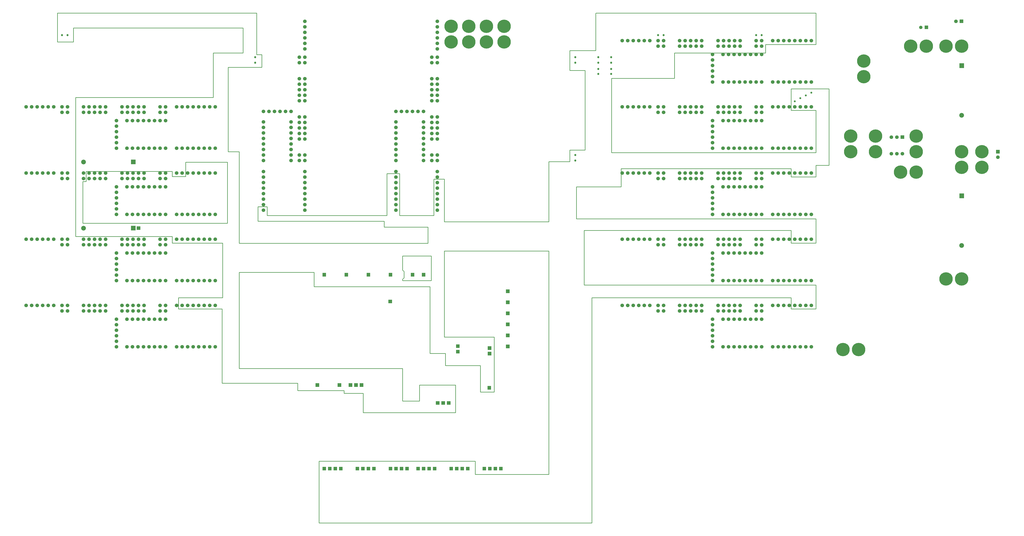
<source format=gbr>
G04 This is an RS-274x file exported by *
G04 gerbv version 2.7.0 *
G04 More information is available about gerbv at *
G04 http://gerbv.geda-project.org/ *
G04 --End of header info--*
%MOIN*%
%FSLAX36Y36*%
%IPPOS*%
G04 --Define apertures--*
%ADD10C,0.0100*%
%ADD11C,0.0660*%
%ADD12C,0.2422*%
%ADD13C,0.0001*%
%ADD14C,0.0610*%
%ADD15C,0.0860*%
%ADD16C,0.0380*%
%ADD17C,0.1870*%
%ADD18C,0.0500*%
%ADD19C,0.0300*%
%ADD20C,0.0280*%
%ADD21C,0.0350*%
G04 --Start main section--*
G01X0000000Y0000000D02*
G54D10*
G01X10400000Y5840000D02*
G01X14010000Y5840000D01*
G01X14010000Y5840000D02*
G01X14010000Y5635000D01*
G01X14010000Y5635000D02*
G01X14460000Y5635000D01*
G01X14460000Y6070000D02*
G01X10260000Y6070000D01*
G01X14460000Y5635000D02*
G01X14460000Y6070000D01*
G01X14460000Y6830000D02*
G01X14460000Y7270000D01*
G01X10260000Y6070000D02*
G01X10260000Y7060000D01*
G01X10120000Y7270000D02*
G01X10120000Y7850000D01*
G01X10120000Y7850000D02*
G01X10930000Y7850000D01*
G01X10260000Y7060000D02*
G01X14010000Y7060000D01*
G01X14010000Y7060000D02*
G01X14010000Y6830000D01*
G01X14010000Y6830000D02*
G01X14460000Y6830000D01*
G01X14460000Y7270000D02*
G01X10120000Y7270000D01*
G01X10930000Y8180000D02*
G01X14010000Y8180000D01*
G01X10930000Y7850000D02*
G01X10930000Y8180000D01*
G01X10755000Y8470000D02*
G01X10755000Y9815000D01*
G01X10755000Y9815000D02*
G01X11895000Y9815000D01*
G01X10475000Y11000000D02*
G01X10470000Y10995000D01*
G01X10470000Y10995000D02*
G01X10470000Y10320000D01*
G01X11895000Y9815000D02*
G01X11895000Y10275000D01*
G01X14460000Y11000000D02*
G01X10475000Y11000000D01*
G01X14460000Y11000000D02*
G01X14460000Y10430000D01*
G01X14460000Y10430000D02*
G01X13545000Y10430000D01*
G01X13545000Y10430000D02*
G01X13545000Y10275000D01*
G01X13545000Y10275000D02*
G01X11895000Y10275000D01*
G01X10470000Y10320000D02*
G01X10000000Y10320000D01*
G01X10000000Y10320000D02*
G01X10000000Y9960000D01*
G01X10000000Y8515000D02*
G01X10000000Y8305000D01*
G01X10000000Y9960000D02*
G01X10275000Y9960000D01*
G01X10275000Y9960000D02*
G01X10275000Y8515000D01*
G01X10275000Y8515000D02*
G01X10000000Y8515000D01*
G01X14460000Y9235000D02*
G01X14010000Y9235000D01*
G01X14010000Y9235000D02*
G01X14010000Y9625000D01*
G01X10755000Y8470000D02*
G01X14460000Y8470000D01*
G01X14010000Y8180000D02*
G01X14010000Y8030000D01*
G01X14010000Y8030000D02*
G01X14460000Y8030000D01*
G01X14460000Y8030000D02*
G01X14460000Y8240000D01*
G01X14460000Y8240000D02*
G01X14695000Y8240000D01*
G01X14695000Y8240000D02*
G01X14695000Y9625000D01*
G01X14460000Y9235000D02*
G01X14460000Y8470000D01*
G01X14695000Y9625000D02*
G01X14010000Y9625000D01*
G01X6685000Y7330000D02*
G01X6685000Y8090000D01*
G01X6685000Y8090000D02*
G01X6915000Y8090000D01*
G01X6915000Y8090000D02*
G01X6915000Y7330000D01*
G01X7535000Y7990000D02*
G01X7725000Y7990000D01*
G01X2795000Y8130000D02*
G01X1235000Y8130000D01*
G01X10000000Y8305000D02*
G01X9620000Y8305000D01*
G01X6915000Y7330000D02*
G01X7535000Y7330000D01*
G01X7535000Y7330000D02*
G01X7535000Y7990000D01*
G01X7430000Y7120000D02*
G01X6635000Y7120000D01*
G01X6635000Y7120000D02*
G01X6635000Y7225000D01*
G01X9620000Y8305000D02*
G01X9620000Y7215000D01*
G01X9620000Y7215000D02*
G01X7725000Y7215000D01*
G01X7725000Y7215000D02*
G01X7725000Y7990000D01*
G01X4515000Y7490000D02*
G01X4350000Y7490000D01*
G01X4515000Y7490000D02*
G01X4515000Y7330000D01*
G01X4515000Y7330000D02*
G01X6685000Y7330000D01*
G01X6635000Y7225000D02*
G01X4350000Y7225000D01*
G01X1045000Y9470000D02*
G01X1045000Y6950000D01*
G01X1175000Y7945000D02*
G01X1175000Y7190000D01*
G01X1235000Y8130000D02*
G01X1235000Y7945000D01*
G01X1235000Y7945000D02*
G01X1175000Y7945000D01*
G01X1005000Y10730000D02*
G01X1005000Y10475000D01*
G01X1005000Y10475000D02*
G01X0715000Y10475000D01*
G01X0715000Y10475000D02*
G01X0715000Y11000000D01*
G01X3540000Y9470000D02*
G01X1045000Y9470000D01*
G01X4010000Y8485000D02*
G01X3810000Y8485000D01*
G01X3795000Y8295000D02*
G01X3040000Y8295000D01*
G01X3040000Y8295000D02*
G01X3040000Y8035000D01*
G01X3040000Y8035000D02*
G01X2795000Y8035000D01*
G01X2795000Y8035000D02*
G01X2795000Y8130000D01*
G01X1045000Y6950000D02*
G01X2795000Y6950000D01*
G01X2795000Y6950000D02*
G01X2795000Y6830000D01*
G01X2795000Y6830000D02*
G01X3710000Y6830000D01*
G01X1175000Y7190000D02*
G01X3795000Y7190000D01*
G01X3795000Y7190000D02*
G01X3795000Y8295000D01*
G01X4010000Y8485000D02*
G01X4010000Y6825000D01*
G01X4080000Y10730000D02*
G01X1005000Y10730000D01*
G01X0715000Y11000000D02*
G01X4325000Y11000000D01*
G01X3810000Y8485000D02*
G01X3810000Y10015000D01*
G01X4420000Y10015000D02*
G01X3810000Y10015000D01*
G01X4080000Y10275000D02*
G01X3540000Y10275000D01*
G01X3540000Y10275000D02*
G01X3540000Y9470000D01*
G01X4080000Y10730000D02*
G01X4080000Y10275000D01*
G01X4325000Y11000000D02*
G01X4325000Y10245000D01*
G01X4325000Y10245000D02*
G01X4420000Y10245000D01*
G01X4420000Y10245000D02*
G01X4420000Y10015000D01*
G01X7430000Y6825000D02*
G01X7430000Y7120000D01*
G01X7490000Y6595000D02*
G01X7490000Y6150000D01*
G01X7490000Y6150000D02*
G01X6970000Y6150000D01*
G01X6970000Y6150000D02*
G01X6970000Y6175000D01*
G01X6970000Y6175000D02*
G01X6995000Y6200000D01*
G01X6995000Y6200000D02*
G01X6995000Y6315000D01*
G01X8380000Y4130000D02*
G01X8630000Y4130000D01*
G01X7275000Y4255000D02*
G01X7930000Y4255000D01*
G01X5910000Y4155000D02*
G01X5070000Y4155000D01*
G01X5070000Y4155000D02*
G01X5070000Y4290000D01*
G01X5070000Y4290000D02*
G01X3700000Y4290000D01*
G01X6970000Y4555000D02*
G01X4010000Y4555000D01*
G01X6970000Y4555000D02*
G01X6970000Y3965000D01*
G01X6970000Y3965000D02*
G01X7275000Y3965000D01*
G01X7275000Y3965000D02*
G01X7275000Y4255000D01*
G01X7930000Y4255000D02*
G01X7930000Y3755000D01*
G01X7930000Y3755000D02*
G01X6255000Y3755000D01*
G01X8380000Y4610000D02*
G01X7745000Y4610000D01*
G01X7745000Y4610000D02*
G01X7745000Y4830000D01*
G01X7745000Y4830000D02*
G01X7465000Y4830000D01*
G01X7465000Y4830000D02*
G01X7465000Y6040000D01*
G01X7725000Y5125000D02*
G01X7725000Y6685000D01*
G01X4350000Y7225000D02*
G01X4350000Y7490000D01*
G01X3710000Y6830000D02*
G01X3710000Y5840000D01*
G01X3700000Y4290000D02*
G01X3700000Y5635000D01*
G01X4010000Y6300000D02*
G01X4010000Y4555000D01*
G01X6995000Y6315000D02*
G01X6970000Y6340000D01*
G01X6970000Y6340000D02*
G01X6970000Y6595000D01*
G01X7490000Y6595000D02*
G01X6970000Y6595000D01*
G01X7465000Y6040000D02*
G01X5365000Y6040000D01*
G01X2940000Y5840000D02*
G01X3710000Y5840000D01*
G01X5365000Y6300000D02*
G01X4010000Y6300000D01*
G01X2910000Y5840000D02*
G01X2910000Y5635000D01*
G01X3700000Y5635000D02*
G01X2910000Y5635000D01*
G01X2910000Y5840000D02*
G01X2945000Y5840000D01*
G01X7430000Y6825000D02*
G01X4010000Y6825000D01*
G01X5365000Y6040000D02*
G01X5365000Y6300000D01*
G01X7725000Y5125000D02*
G01X8630000Y5125000D01*
G01X8630000Y5125000D02*
G01X8630000Y4130000D01*
G01X10400000Y1755000D02*
G01X10400000Y5840000D01*
G01X9620000Y2635000D02*
G01X9620000Y6685000D01*
G01X7725000Y6685000D02*
G01X9620000Y6685000D01*
G01X6255000Y3755000D02*
G01X6255000Y4105000D01*
G01X6255000Y4105000D02*
G01X5910000Y4105000D01*
G01X5910000Y4105000D02*
G01X5910000Y4155000D01*
G01X5455000Y2875000D02*
G01X5455000Y1755000D01*
G01X5455000Y1755000D02*
G01X10400000Y1755000D01*
G01X8285000Y2875000D02*
G01X5455000Y2875000D01*
G01X9620000Y2635000D02*
G01X8285000Y2635000D01*
G01X8285000Y2635000D02*
G01X8285000Y2875000D01*
G01X8380000Y4610000D02*
G01X8380000Y4130000D01*
G01X0000000Y0000000D02*
G54D11*
G01X13675000Y9750000D03*
G01X13775000Y9750000D03*
G01X13875000Y9750000D03*
G01X13975000Y9750000D03*
G01X14075000Y9750000D03*
G01X14175000Y9750000D03*
G01X14275000Y9750000D03*
G01X14375000Y9750000D03*
G54D12*
G01X15325000Y10128460D03*
G01X15325000Y9845000D03*
G54D13*
G36*
G01X17057000Y10088000D02*
G01X17057000Y10002000D01*
G01X17143000Y10002000D01*
G01X17143000Y10088000D01*
G01X17057000Y10088000D01*
G37*
G54D11*
G01X13675000Y10500000D03*
G01X13475000Y10500000D03*
G01X13475000Y10400000D03*
G01X13775000Y10500000D03*
G01X13875000Y10500000D03*
G01X13975000Y10500000D03*
G01X14075000Y10500000D03*
G01X14175000Y10500000D03*
G01X14275000Y10500000D03*
G01X14375000Y10500000D03*
G01X13375000Y10400000D03*
G01X13375000Y10500000D03*
G01X13085000Y10500000D03*
G01X13085000Y10400000D03*
G54D12*
G01X16460000Y10400000D03*
G01X16176540Y10400000D03*
G54D11*
G01X12190000Y10400000D03*
G01X12090000Y10500000D03*
G01X11990000Y10500000D03*
G01X12090000Y10400000D03*
G01X11990000Y10400000D03*
G01X11700000Y10400000D03*
G01X11600000Y10400000D03*
G01X11700000Y10500000D03*
G01X11600000Y10500000D03*
G01X11450000Y10500000D03*
G01X11350000Y10500000D03*
G01X11250000Y10500000D03*
G01X11150000Y10500000D03*
G01X11050000Y10500000D03*
G01X10950000Y10500000D03*
G54D12*
G01X17098460Y10400000D03*
G01X16815000Y10400000D03*
G54D13*
G36*
G01X17062000Y10883000D02*
G01X17062000Y10817000D01*
G01X17128000Y10817000D01*
G01X17128000Y10883000D01*
G01X17062000Y10883000D01*
G37*
G54D11*
G01X16995000Y10850000D03*
G54D13*
G36*
G01X16429500Y10770500D02*
G01X16429500Y10709500D01*
G01X16490500Y10709500D01*
G01X16490500Y10770500D01*
G01X16429500Y10770500D01*
G37*
G54D14*
G01X16360000Y10740000D03*
G54D11*
G01X12775000Y9750000D03*
G01X12875000Y9750000D03*
G01X12975000Y9750000D03*
G01X13075000Y9750000D03*
G01X13175000Y9750000D03*
G01X13275000Y9750000D03*
G01X13375000Y9750000D03*
G01X13475000Y9750000D03*
G01X12585000Y9750000D03*
G01X12585000Y9850000D03*
G01X12585000Y9950000D03*
G01X12585000Y10050000D03*
G01X12585000Y10150000D03*
G01X12585000Y10250000D03*
G01X12775000Y10250000D03*
G01X12875000Y10250000D03*
G01X12975000Y10250000D03*
G01X13075000Y10250000D03*
G01X13175000Y10250000D03*
G01X13275000Y10250000D03*
G01X13375000Y10250000D03*
G01X13475000Y10250000D03*
G01X12985000Y10500000D03*
G01X12885000Y10500000D03*
G01X12785000Y10500000D03*
G01X12685000Y10500000D03*
G01X12985000Y10400000D03*
G01X12885000Y10400000D03*
G01X12785000Y10400000D03*
G01X12685000Y10400000D03*
G01X12390000Y10400000D03*
G01X12290000Y10400000D03*
G01X12390000Y10500000D03*
G01X12290000Y10500000D03*
G01X12190000Y10500000D03*
G01X2875000Y4950000D03*
G01X2975000Y4950000D03*
G01X3075000Y4950000D03*
G01X3175000Y4950000D03*
G01X3275000Y4950000D03*
G01X3375000Y4950000D03*
G01X3475000Y4950000D03*
G01X3575000Y4950000D03*
G01X1975000Y4950000D03*
G01X2075000Y4950000D03*
G01X2175000Y4950000D03*
G01X2275000Y4950000D03*
G01X2375000Y4950000D03*
G01X2475000Y4950000D03*
G01X2575000Y4950000D03*
G01X2675000Y4950000D03*
G01X1785000Y4950000D03*
G01X1785000Y5050000D03*
G01X1785000Y5150000D03*
G01X1785000Y5250000D03*
G01X1785000Y5350000D03*
G01X1785000Y5450000D03*
G01X1975000Y5450000D03*
G01X2075000Y5450000D03*
G01X2175000Y5450000D03*
G01X2275000Y5450000D03*
G01X2375000Y5450000D03*
G01X2475000Y5450000D03*
G01X2575000Y5450000D03*
G01X2675000Y5450000D03*
G01X2875000Y5700000D03*
G01X2675000Y5700000D03*
G01X2675000Y5600000D03*
G01X2975000Y5700000D03*
G01X3075000Y5700000D03*
G01X3175000Y5700000D03*
G01X3275000Y5700000D03*
G01X3375000Y5700000D03*
G01X3475000Y5700000D03*
G01X3575000Y5700000D03*
G01X2575000Y5600000D03*
G01X2575000Y5700000D03*
G01X2285000Y5700000D03*
G01X2285000Y5600000D03*
G01X2185000Y5700000D03*
G01X2085000Y5700000D03*
G01X1985000Y5700000D03*
G01X1885000Y5700000D03*
G01X2185000Y5600000D03*
G01X2085000Y5600000D03*
G01X1985000Y5600000D03*
G01X1885000Y5600000D03*
G01X1590000Y5600000D03*
G01X1490000Y5600000D03*
G01X1590000Y5700000D03*
G01X1490000Y5700000D03*
G01X1390000Y5700000D03*
G01X1390000Y5600000D03*
G01X1290000Y5700000D03*
G01X1190000Y5700000D03*
G01X1290000Y5600000D03*
G01X1190000Y5600000D03*
G01X0900000Y5600000D03*
G01X0800000Y5600000D03*
G01X0900000Y5700000D03*
G01X0800000Y5700000D03*
G01X0650000Y5700000D03*
G01X0550000Y5700000D03*
G01X0450000Y5700000D03*
G01X0350000Y5700000D03*
G01X0250000Y5700000D03*
G01X0150000Y5700000D03*
G01X1975000Y6150000D03*
G01X2075000Y6150000D03*
G01X2175000Y6150000D03*
G01X2275000Y6150000D03*
G01X2375000Y6150000D03*
G01X2475000Y6150000D03*
G01X2575000Y6150000D03*
G01X2675000Y6150000D03*
G54D13*
G36*
G01X5917000Y6288000D02*
G01X5917000Y6222000D01*
G01X5983000Y6222000D01*
G01X5983000Y6288000D01*
G01X5917000Y6288000D01*
G37*
G36*
G01X5517000Y6288000D02*
G01X5517000Y6222000D01*
G01X5583000Y6222000D01*
G01X5583000Y6288000D01*
G01X5517000Y6288000D01*
G37*
G54D11*
G01X1785000Y6150000D03*
G01X1785000Y6250000D03*
G01X1785000Y6350000D03*
G01X1785000Y6450000D03*
G01X1785000Y6550000D03*
G01X1785000Y6650000D03*
G01X1975000Y6650000D03*
G01X2075000Y6650000D03*
G01X2175000Y6650000D03*
G01X2275000Y6650000D03*
G01X2375000Y6650000D03*
G01X2475000Y6650000D03*
G01X2575000Y6650000D03*
G01X2675000Y6650000D03*
G01X2185000Y6900000D03*
G01X2185000Y6800000D03*
G01X2085000Y6800000D03*
G01X1985000Y6800000D03*
G01X1885000Y6800000D03*
G01X2085000Y6900000D03*
G01X1985000Y6900000D03*
G01X1885000Y6900000D03*
G01X1590000Y6900000D03*
G01X1490000Y6900000D03*
G01X1390000Y6900000D03*
G54D15*
G01X1190000Y7100000D03*
G54D13*
G36*
G01X2152000Y7133000D02*
G01X2152000Y7067000D01*
G01X2218000Y7067000D01*
G01X2218000Y7133000D01*
G01X2152000Y7133000D01*
G37*
G54D11*
G01X1590000Y6800000D03*
G01X1490000Y6800000D03*
G01X1390000Y6800000D03*
G01X1290000Y6900000D03*
G01X1190000Y6900000D03*
G01X1290000Y6800000D03*
G01X1190000Y6800000D03*
G01X0900000Y6800000D03*
G01X0800000Y6800000D03*
G01X0900000Y6900000D03*
G01X0800000Y6900000D03*
G01X0650000Y6900000D03*
G01X0550000Y6900000D03*
G01X0450000Y6900000D03*
G01X0350000Y6900000D03*
G01X0250000Y6900000D03*
G01X0150000Y6900000D03*
G01X2875000Y8550000D03*
G01X2875000Y9300000D03*
G01X2975000Y9300000D03*
G01X3075000Y9300000D03*
G01X3175000Y9300000D03*
G01X3275000Y9300000D03*
G01X3375000Y9300000D03*
G01X3475000Y9300000D03*
G01X3575000Y9300000D03*
G01X2975000Y8550000D03*
G01X3075000Y8550000D03*
G01X3175000Y8550000D03*
G01X3275000Y8550000D03*
G01X3375000Y8550000D03*
G01X3475000Y8550000D03*
G01X3575000Y8550000D03*
G01X3175000Y8100000D03*
G01X3275000Y8100000D03*
G01X3375000Y8100000D03*
G01X3475000Y8100000D03*
G01X3575000Y8100000D03*
G01X2875000Y8100000D03*
G01X2975000Y8100000D03*
G01X3075000Y8100000D03*
G01X2285000Y8100000D03*
G01X2185000Y8100000D03*
G01X2085000Y8100000D03*
G01X2675000Y8100000D03*
G01X2675000Y8000000D03*
G01X2575000Y8000000D03*
G01X2575000Y8100000D03*
G01X2285000Y8000000D03*
G01X2185000Y8000000D03*
G01X2085000Y8000000D03*
G54D13*
G36*
G01X2047000Y8343000D02*
G01X2047000Y8257000D01*
G01X2133000Y8257000D01*
G01X2133000Y8343000D01*
G01X2047000Y8343000D01*
G37*
G54D11*
G01X1985000Y8100000D03*
G01X1985000Y8000000D03*
G01X1885000Y8000000D03*
G01X1885000Y8100000D03*
G01X1590000Y8100000D03*
G01X1490000Y8100000D03*
G01X1390000Y8100000D03*
G01X1290000Y8100000D03*
G01X1190000Y8100000D03*
G01X1590000Y8000000D03*
G01X1490000Y8000000D03*
G01X1390000Y8000000D03*
G01X1290000Y8000000D03*
G01X1190000Y8000000D03*
G01X1975000Y8550000D03*
G01X2075000Y8550000D03*
G01X2175000Y8550000D03*
G01X2275000Y8550000D03*
G01X2375000Y8550000D03*
G01X2475000Y8550000D03*
G01X2575000Y8550000D03*
G01X2675000Y8550000D03*
G01X1785000Y8550000D03*
G01X1785000Y8650000D03*
G01X1785000Y8750000D03*
G01X1785000Y8850000D03*
G01X1785000Y8950000D03*
G01X1785000Y9050000D03*
G01X1975000Y9050000D03*
G01X2075000Y9050000D03*
G01X2175000Y9050000D03*
G01X2275000Y9050000D03*
G01X2375000Y9050000D03*
G01X2475000Y9050000D03*
G01X2575000Y9050000D03*
G01X2675000Y9050000D03*
G01X2675000Y9300000D03*
G01X2675000Y9200000D03*
G01X2575000Y9200000D03*
G01X2575000Y9300000D03*
G01X2285000Y9300000D03*
G01X2285000Y9200000D03*
G01X2185000Y9300000D03*
G01X2185000Y9200000D03*
G01X2085000Y9300000D03*
G01X2085000Y9200000D03*
G01X1985000Y9300000D03*
G01X1885000Y9300000D03*
G01X1985000Y9200000D03*
G01X1885000Y9200000D03*
G01X1590000Y9200000D03*
G01X1490000Y9200000D03*
G01X1390000Y9200000D03*
G01X1290000Y9200000D03*
G01X1590000Y9300000D03*
G01X1490000Y9300000D03*
G01X1390000Y9300000D03*
G01X1290000Y9300000D03*
G01X1190000Y9300000D03*
G01X1190000Y9200000D03*
G01X0900000Y9300000D03*
G01X0800000Y9300000D03*
G01X0650000Y9300000D03*
G01X0900000Y9200000D03*
G01X0800000Y9200000D03*
G01X0550000Y9300000D03*
G01X0450000Y9300000D03*
G01X0350000Y9300000D03*
G01X0250000Y9300000D03*
G01X0150000Y9300000D03*
G01X3175000Y6150000D03*
G01X3275000Y6150000D03*
G01X3375000Y6150000D03*
G01X3475000Y6150000D03*
G01X2875000Y6150000D03*
G01X2975000Y6150000D03*
G01X3075000Y6150000D03*
G01X3575000Y6150000D03*
G01X3075000Y6900000D03*
G01X3175000Y6900000D03*
G01X3275000Y6900000D03*
G01X3375000Y6900000D03*
G01X3475000Y6900000D03*
G01X3575000Y6900000D03*
G01X2875000Y6900000D03*
G01X2675000Y6900000D03*
G01X2675000Y6800000D03*
G01X2975000Y6900000D03*
G01X2875000Y7350000D03*
G01X2975000Y7350000D03*
G01X3075000Y7350000D03*
G01X3175000Y7350000D03*
G01X3275000Y7350000D03*
G01X3375000Y7350000D03*
G01X3475000Y7350000D03*
G01X3575000Y7350000D03*
G01X2675000Y7350000D03*
G01X2575000Y6800000D03*
G01X2575000Y6900000D03*
G01X2285000Y6900000D03*
G01X2285000Y6800000D03*
G01X2575000Y7350000D03*
G54D13*
G36*
G01X2047000Y7143000D02*
G01X2047000Y7057000D01*
G01X2133000Y7057000D01*
G01X2133000Y7143000D01*
G01X2047000Y7143000D01*
G37*
G54D11*
G01X1975000Y7350000D03*
G01X2075000Y7350000D03*
G01X2175000Y7350000D03*
G01X2275000Y7350000D03*
G01X2375000Y7350000D03*
G01X2475000Y7350000D03*
G01X1785000Y7350000D03*
G01X1785000Y7450000D03*
G01X1785000Y7550000D03*
G01X1785000Y7650000D03*
G01X1785000Y7750000D03*
G01X1785000Y7850000D03*
G01X1975000Y7850000D03*
G01X2075000Y7850000D03*
G01X2175000Y7850000D03*
G01X2275000Y7850000D03*
G01X2375000Y7850000D03*
G01X2475000Y7850000D03*
G01X2575000Y7850000D03*
G01X2675000Y7850000D03*
G01X0900000Y8100000D03*
G01X0800000Y8100000D03*
G01X0650000Y8100000D03*
G01X0900000Y8000000D03*
G01X0800000Y8000000D03*
G01X0550000Y8100000D03*
G01X0450000Y8100000D03*
G01X0350000Y8100000D03*
G01X0250000Y8100000D03*
G01X0150000Y8100000D03*
G54D15*
G01X1190000Y8300000D03*
G54D11*
G01X4450000Y8125000D03*
G01X5200000Y8125000D03*
G01X4450000Y8025000D03*
G01X4450000Y7925000D03*
G01X4450000Y7825000D03*
G01X4450000Y7725000D03*
G01X4450000Y7625000D03*
G01X4450000Y7525000D03*
G01X4450000Y7425000D03*
G01X5200000Y8025000D03*
G01X5200000Y7925000D03*
G01X5200000Y7825000D03*
G01X5200000Y7725000D03*
G01X5200000Y7625000D03*
G01X5200000Y7525000D03*
G01X5200000Y7425000D03*
G01X5200000Y8325000D03*
G01X5100000Y8325000D03*
G01X5100000Y8425000D03*
G01X5200000Y8425000D03*
G01X4450000Y9025000D03*
G01X4450000Y9215000D03*
G01X4550000Y9215000D03*
G01X4450000Y8925000D03*
G01X4650000Y9215000D03*
G01X4750000Y9215000D03*
G01X4850000Y9215000D03*
G01X4950000Y9215000D03*
G01X4950000Y9025000D03*
G01X4450000Y8825000D03*
G01X4450000Y8725000D03*
G01X4450000Y8625000D03*
G01X4450000Y8525000D03*
G01X4450000Y8425000D03*
G01X4450000Y8325000D03*
G01X4950000Y8625000D03*
G01X4950000Y8525000D03*
G01X4950000Y8425000D03*
G01X4950000Y8325000D03*
G01X4950000Y8925000D03*
G01X4950000Y8825000D03*
G01X4950000Y8725000D03*
G01X5200000Y8715000D03*
G01X5100000Y8715000D03*
G01X5100000Y8815000D03*
G01X5100000Y8915000D03*
G01X5100000Y9015000D03*
G01X5200000Y8815000D03*
G01X5200000Y8915000D03*
G01X5200000Y9015000D03*
G01X5200000Y9115000D03*
G01X5200000Y9410000D03*
G01X5200000Y9510000D03*
G01X5100000Y9115000D03*
G01X5100000Y9410000D03*
G01X5100000Y9510000D03*
G01X5200000Y9610000D03*
G01X5200000Y9710000D03*
G01X5200000Y9810000D03*
G01X5200000Y10100000D03*
G01X5100000Y9610000D03*
G01X5100000Y9710000D03*
G01X5100000Y9810000D03*
G01X5100000Y10100000D03*
G01X5100000Y10200000D03*
G01X5200000Y10200000D03*
G01X5200000Y10350000D03*
G01X5200000Y10450000D03*
G01X5200000Y10550000D03*
G01X5200000Y10650000D03*
G01X5200000Y10750000D03*
G01X5200000Y10850000D03*
G01X13675000Y7350000D03*
G01X13675000Y8100000D03*
G01X13775000Y8100000D03*
G01X13875000Y8100000D03*
G01X13975000Y8100000D03*
G01X14075000Y8100000D03*
G01X14175000Y8100000D03*
G01X14275000Y8100000D03*
G01X14375000Y8100000D03*
G01X13775000Y7350000D03*
G01X13875000Y7350000D03*
G01X13975000Y7350000D03*
G01X14075000Y7350000D03*
G01X14175000Y7350000D03*
G01X14275000Y7350000D03*
G01X14375000Y7350000D03*
G01X13975000Y6900000D03*
G01X14075000Y6900000D03*
G01X14175000Y6900000D03*
G01X14275000Y6900000D03*
G01X14375000Y6900000D03*
G01X13675000Y4950000D03*
G01X13775000Y4950000D03*
G01X13875000Y4950000D03*
G01X13975000Y4950000D03*
G01X14075000Y4950000D03*
G01X14175000Y4950000D03*
G01X14275000Y4950000D03*
G01X14375000Y4950000D03*
G54D12*
G01X14950000Y4900000D03*
G01X15233460Y4900000D03*
G54D11*
G01X13675000Y5700000D03*
G01X13775000Y5700000D03*
G01X13875000Y5700000D03*
G01X13975000Y5700000D03*
G01X14075000Y5700000D03*
G01X14175000Y5700000D03*
G01X14275000Y5700000D03*
G01X14375000Y5700000D03*
G01X12785000Y8100000D03*
G01X12685000Y8100000D03*
G01X12785000Y8000000D03*
G01X12685000Y8000000D03*
G01X12390000Y8000000D03*
G01X12290000Y8000000D03*
G01X12190000Y8000000D03*
G01X12090000Y8000000D03*
G01X12390000Y8100000D03*
G01X12290000Y8100000D03*
G01X12190000Y8100000D03*
G01X12090000Y8100000D03*
G01X11990000Y8100000D03*
G01X11990000Y8000000D03*
G01X11700000Y8100000D03*
G01X11600000Y8100000D03*
G01X11450000Y8100000D03*
G01X11700000Y8000000D03*
G01X11600000Y8000000D03*
G01X11350000Y8100000D03*
G01X11250000Y8100000D03*
G01X11150000Y8100000D03*
G01X11050000Y8100000D03*
G01X10950000Y8100000D03*
G01X13675000Y6150000D03*
G01X13775000Y6150000D03*
G01X13875000Y6150000D03*
G01X13975000Y6150000D03*
G01X14075000Y6150000D03*
G01X14175000Y6150000D03*
G01X14275000Y6150000D03*
G01X14375000Y6150000D03*
G01X12975000Y6150000D03*
G01X13075000Y6150000D03*
G01X13175000Y6150000D03*
G01X13275000Y6150000D03*
G01X13375000Y6150000D03*
G01X13475000Y6150000D03*
G01X12775000Y6150000D03*
G01X12585000Y6150000D03*
G01X12585000Y6250000D03*
G01X12585000Y6350000D03*
G01X12585000Y6450000D03*
G01X12585000Y6550000D03*
G01X12585000Y6650000D03*
G01X12875000Y6650000D03*
G01X12975000Y6650000D03*
G01X13075000Y6650000D03*
G01X13175000Y6650000D03*
G01X13275000Y6650000D03*
G01X13375000Y6650000D03*
G01X13475000Y6650000D03*
G01X12875000Y6150000D03*
G54D13*
G36*
G01X7117000Y6288000D02*
G01X7117000Y6222000D01*
G01X7183000Y6222000D01*
G01X7183000Y6288000D01*
G01X7117000Y6288000D01*
G37*
G36*
G01X7317000Y6288000D02*
G01X7317000Y6222000D01*
G01X7383000Y6222000D01*
G01X7383000Y6288000D01*
G01X7317000Y6288000D01*
G37*
G36*
G01X6717000Y6288000D02*
G01X6717000Y6222000D01*
G01X6783000Y6222000D01*
G01X6783000Y6288000D01*
G01X6717000Y6288000D01*
G37*
G36*
G01X6317000Y6288000D02*
G01X6317000Y6222000D01*
G01X6383000Y6222000D01*
G01X6383000Y6288000D01*
G01X6317000Y6288000D01*
G37*
G36*
G01X6712000Y5803000D02*
G01X6712000Y5737000D01*
G01X6778000Y5737000D01*
G01X6778000Y5803000D01*
G01X6712000Y5803000D01*
G37*
G54D11*
G01X12775000Y7350000D03*
G01X12875000Y7350000D03*
G01X12975000Y7350000D03*
G01X13075000Y7350000D03*
G01X13175000Y7350000D03*
G01X13275000Y7350000D03*
G01X13375000Y7350000D03*
G01X13475000Y7350000D03*
G01X12585000Y7350000D03*
G01X12585000Y7450000D03*
G01X12585000Y7550000D03*
G01X12585000Y7650000D03*
G01X12585000Y7750000D03*
G01X12585000Y7850000D03*
G01X12775000Y7850000D03*
G01X12875000Y7850000D03*
G01X12975000Y7850000D03*
G01X13075000Y7850000D03*
G01X13175000Y7850000D03*
G01X13275000Y7850000D03*
G01X13375000Y7850000D03*
G01X13475000Y7850000D03*
G01X13475000Y8100000D03*
G01X13475000Y8000000D03*
G01X13375000Y8000000D03*
G01X13375000Y8100000D03*
G01X13085000Y8100000D03*
G01X13085000Y8000000D03*
G01X12985000Y8100000D03*
G01X12985000Y8000000D03*
G01X12885000Y8100000D03*
G01X12885000Y8000000D03*
G01X13675000Y6900000D03*
G01X13775000Y6900000D03*
G01X13875000Y6900000D03*
G01X13085000Y6900000D03*
G01X12985000Y6900000D03*
G01X12885000Y6900000D03*
G01X13475000Y6900000D03*
G01X13475000Y6800000D03*
G01X13375000Y6800000D03*
G01X13375000Y6900000D03*
G01X13085000Y6800000D03*
G01X12985000Y6800000D03*
G01X12885000Y6800000D03*
G01X12785000Y6900000D03*
G01X12785000Y6800000D03*
G01X12685000Y6800000D03*
G01X12685000Y6900000D03*
G01X12390000Y6900000D03*
G01X12290000Y6900000D03*
G01X12190000Y6900000D03*
G01X12090000Y6900000D03*
G01X11990000Y6900000D03*
G01X12390000Y6800000D03*
G01X12290000Y6800000D03*
G01X12190000Y6800000D03*
G01X12090000Y6800000D03*
G01X11990000Y6800000D03*
G01X11700000Y6900000D03*
G01X11600000Y6900000D03*
G01X11450000Y6900000D03*
G01X11700000Y6800000D03*
G01X11600000Y6800000D03*
G01X11350000Y6900000D03*
G01X11250000Y6900000D03*
G01X11150000Y6900000D03*
G01X11050000Y6900000D03*
G01X10950000Y6900000D03*
G01X12875000Y4950000D03*
G01X12975000Y4950000D03*
G01X13075000Y4950000D03*
G01X13175000Y4950000D03*
G01X13275000Y4950000D03*
G01X13375000Y4950000D03*
G54D13*
G36*
G01X7937000Y4993000D02*
G01X7937000Y4927000D01*
G01X8003000Y4927000D01*
G01X8003000Y4993000D01*
G01X7937000Y4993000D01*
G37*
G36*
G01X7937000Y4893000D02*
G01X7937000Y4827000D01*
G01X8003000Y4827000D01*
G01X8003000Y4893000D01*
G01X7937000Y4893000D01*
G37*
G54D11*
G01X12775000Y6650000D03*
G01X12775000Y4950000D03*
G01X12775000Y5450000D03*
G01X12585000Y5250000D03*
G01X12585000Y5350000D03*
G01X12585000Y5450000D03*
G01X12875000Y5450000D03*
G01X12975000Y5450000D03*
G01X13075000Y5450000D03*
G01X13175000Y5450000D03*
G01X12785000Y5600000D03*
G01X12685000Y5700000D03*
G01X12685000Y5600000D03*
G01X12585000Y4950000D03*
G01X12585000Y5050000D03*
G01X12585000Y5150000D03*
G01X13475000Y4950000D03*
G54D13*
G36*
G01X8842000Y5188000D02*
G01X8842000Y5122000D01*
G01X8908000Y5122000D01*
G01X8908000Y5188000D01*
G01X8842000Y5188000D01*
G37*
G36*
G01X8512000Y4858000D02*
G01X8512000Y4792000D01*
G01X8578000Y4792000D01*
G01X8578000Y4858000D01*
G01X8512000Y4858000D01*
G37*
G36*
G01X8512000Y4958000D02*
G01X8512000Y4892000D01*
G01X8578000Y4892000D01*
G01X8578000Y4958000D01*
G01X8512000Y4958000D01*
G37*
G36*
G01X8507000Y4238000D02*
G01X8507000Y4172000D01*
G01X8573000Y4172000D01*
G01X8573000Y4238000D01*
G01X8507000Y4238000D01*
G37*
G36*
G01X8842000Y4988000D02*
G01X8842000Y4922000D01*
G01X8908000Y4922000D01*
G01X8908000Y4988000D01*
G01X8842000Y4988000D01*
G37*
G54D11*
G01X13275000Y5450000D03*
G01X13375000Y5450000D03*
G01X13475000Y5450000D03*
G01X13475000Y5700000D03*
G01X13475000Y5600000D03*
G01X13375000Y5600000D03*
G01X13375000Y5700000D03*
G01X13085000Y5700000D03*
G01X13085000Y5600000D03*
G01X12985000Y5700000D03*
G01X12985000Y5600000D03*
G01X12885000Y5700000D03*
G01X12885000Y5600000D03*
G01X12785000Y5700000D03*
G01X12390000Y5700000D03*
G01X12390000Y5600000D03*
G01X12290000Y5700000D03*
G01X12290000Y5600000D03*
G01X12190000Y5700000D03*
G01X12190000Y5600000D03*
G01X12090000Y5700000D03*
G01X12090000Y5600000D03*
G01X11990000Y5600000D03*
G01X11990000Y5700000D03*
G01X11700000Y5700000D03*
G01X11700000Y5600000D03*
G01X11600000Y5600000D03*
G01X11600000Y5700000D03*
G01X11450000Y5700000D03*
G01X11350000Y5700000D03*
G01X11250000Y5700000D03*
G01X11150000Y5700000D03*
G01X11050000Y5700000D03*
G01X10950000Y5700000D03*
G54D13*
G36*
G01X8842000Y5988000D02*
G01X8842000Y5922000D01*
G01X8908000Y5922000D01*
G01X8908000Y5988000D01*
G01X8842000Y5988000D01*
G37*
G36*
G01X8842000Y5788000D02*
G01X8842000Y5722000D01*
G01X8908000Y5722000D01*
G01X8908000Y5788000D01*
G01X8842000Y5788000D01*
G37*
G36*
G01X8842000Y5388000D02*
G01X8842000Y5322000D01*
G01X8908000Y5322000D01*
G01X8908000Y5388000D01*
G01X8842000Y5388000D01*
G37*
G36*
G01X8842000Y5588000D02*
G01X8842000Y5522000D01*
G01X8908000Y5522000D01*
G01X8908000Y5588000D01*
G01X8842000Y5588000D01*
G37*
G36*
G01X8717000Y2773000D02*
G01X8717000Y2707000D01*
G01X8783000Y2707000D01*
G01X8783000Y2773000D01*
G01X8717000Y2773000D01*
G37*
G36*
G01X8617000Y2773000D02*
G01X8617000Y2707000D01*
G01X8683000Y2707000D01*
G01X8683000Y2773000D01*
G01X8617000Y2773000D01*
G37*
G36*
G01X8517000Y2773000D02*
G01X8517000Y2707000D01*
G01X8583000Y2707000D01*
G01X8583000Y2773000D01*
G01X8517000Y2773000D01*
G37*
G36*
G01X8417000Y2773000D02*
G01X8417000Y2707000D01*
G01X8483000Y2707000D01*
G01X8483000Y2773000D01*
G01X8417000Y2773000D01*
G37*
G36*
G01X8117000Y2773000D02*
G01X8117000Y2707000D01*
G01X8183000Y2707000D01*
G01X8183000Y2773000D01*
G01X8117000Y2773000D01*
G37*
G36*
G01X8017000Y2773000D02*
G01X8017000Y2707000D01*
G01X8083000Y2707000D01*
G01X8083000Y2773000D01*
G01X8017000Y2773000D01*
G37*
G36*
G01X7917000Y2773000D02*
G01X7917000Y2707000D01*
G01X7983000Y2707000D01*
G01X7983000Y2773000D01*
G01X7917000Y2773000D01*
G37*
G36*
G01X7817000Y2773000D02*
G01X7817000Y2707000D01*
G01X7883000Y2707000D01*
G01X7883000Y2773000D01*
G01X7817000Y2773000D01*
G37*
G36*
G01X5817000Y2773000D02*
G01X5817000Y2707000D01*
G01X5883000Y2707000D01*
G01X5883000Y2773000D01*
G01X5817000Y2773000D01*
G37*
G36*
G01X6417000Y2773000D02*
G01X6417000Y2707000D01*
G01X6483000Y2707000D01*
G01X6483000Y2773000D01*
G01X6417000Y2773000D01*
G37*
G36*
G01X6317000Y2773000D02*
G01X6317000Y2707000D01*
G01X6383000Y2707000D01*
G01X6383000Y2773000D01*
G01X6317000Y2773000D01*
G37*
G36*
G01X6217000Y2773000D02*
G01X6217000Y2707000D01*
G01X6283000Y2707000D01*
G01X6283000Y2773000D01*
G01X6217000Y2773000D01*
G37*
G36*
G01X6117000Y2773000D02*
G01X6117000Y2707000D01*
G01X6183000Y2707000D01*
G01X6183000Y2773000D01*
G01X6117000Y2773000D01*
G37*
G36*
G01X5717000Y2773000D02*
G01X5717000Y2707000D01*
G01X5783000Y2707000D01*
G01X5783000Y2773000D01*
G01X5717000Y2773000D01*
G37*
G36*
G01X5792000Y4288000D02*
G01X5792000Y4222000D01*
G01X5858000Y4222000D01*
G01X5858000Y4288000D01*
G01X5792000Y4288000D01*
G37*
G36*
G01X6192000Y4288000D02*
G01X6192000Y4222000D01*
G01X6258000Y4222000D01*
G01X6258000Y4288000D01*
G01X6192000Y4288000D01*
G37*
G36*
G01X5992000Y4288000D02*
G01X5992000Y4222000D01*
G01X6058000Y4222000D01*
G01X6058000Y4288000D01*
G01X5992000Y4288000D01*
G37*
G36*
G01X6092000Y4288000D02*
G01X6092000Y4222000D01*
G01X6158000Y4222000D01*
G01X6158000Y4288000D01*
G01X6092000Y4288000D01*
G37*
G36*
G01X5617000Y2773000D02*
G01X5617000Y2707000D01*
G01X5683000Y2707000D01*
G01X5683000Y2773000D01*
G01X5617000Y2773000D01*
G37*
G36*
G01X5517000Y2773000D02*
G01X5517000Y2707000D01*
G01X5583000Y2707000D01*
G01X5583000Y2773000D01*
G01X5517000Y2773000D01*
G37*
G36*
G01X5392000Y4288000D02*
G01X5392000Y4222000D01*
G01X5458000Y4222000D01*
G01X5458000Y4288000D01*
G01X5392000Y4288000D01*
G37*
G36*
G01X7017000Y2773000D02*
G01X7017000Y2707000D01*
G01X7083000Y2707000D01*
G01X7083000Y2773000D01*
G01X7017000Y2773000D01*
G37*
G36*
G01X6917000Y2773000D02*
G01X6917000Y2707000D01*
G01X6983000Y2707000D01*
G01X6983000Y2773000D01*
G01X6917000Y2773000D01*
G37*
G36*
G01X7317000Y2773000D02*
G01X7317000Y2707000D01*
G01X7383000Y2707000D01*
G01X7383000Y2773000D01*
G01X7317000Y2773000D01*
G37*
G36*
G01X7217000Y2773000D02*
G01X7217000Y2707000D01*
G01X7283000Y2707000D01*
G01X7283000Y2773000D01*
G01X7217000Y2773000D01*
G37*
G36*
G01X7517000Y2773000D02*
G01X7517000Y2707000D01*
G01X7583000Y2707000D01*
G01X7583000Y2773000D01*
G01X7517000Y2773000D01*
G37*
G36*
G01X7417000Y2773000D02*
G01X7417000Y2707000D01*
G01X7483000Y2707000D01*
G01X7483000Y2773000D01*
G01X7417000Y2773000D01*
G37*
G36*
G01X6817000Y2773000D02*
G01X6817000Y2707000D01*
G01X6883000Y2707000D01*
G01X6883000Y2773000D01*
G01X6817000Y2773000D01*
G37*
G36*
G01X6717000Y2773000D02*
G01X6717000Y2707000D01*
G01X6783000Y2707000D01*
G01X6783000Y2773000D01*
G01X6717000Y2773000D01*
G37*
G36*
G01X7772000Y3963000D02*
G01X7772000Y3897000D01*
G01X7838000Y3897000D01*
G01X7838000Y3963000D01*
G01X7772000Y3963000D01*
G37*
G36*
G01X7672000Y3963000D02*
G01X7672000Y3897000D01*
G01X7738000Y3897000D01*
G01X7738000Y3963000D01*
G01X7672000Y3963000D01*
G37*
G36*
G01X7572000Y3963000D02*
G01X7572000Y3897000D01*
G01X7638000Y3897000D01*
G01X7638000Y3963000D01*
G01X7572000Y3963000D01*
G37*
G54D12*
G01X8810000Y10758460D03*
G01X8810000Y10475000D03*
G01X8490000Y10758460D03*
G01X8490000Y10475000D03*
G01X8170000Y10758460D03*
G01X8170000Y10475000D03*
G01X7850000Y10758460D03*
G01X7850000Y10475000D03*
G54D11*
G01X7600000Y10850000D03*
G01X7600000Y10750000D03*
G01X7600000Y10650000D03*
G01X7600000Y10550000D03*
G01X7600000Y10450000D03*
G01X7600000Y10350000D03*
G01X7600000Y10200000D03*
G01X7500000Y10200000D03*
G01X7500000Y10100000D03*
G01X7600000Y10100000D03*
G01X7500000Y9810000D03*
G01X7600000Y9810000D03*
G01X7500000Y9710000D03*
G01X7600000Y9710000D03*
G01X7500000Y9610000D03*
G01X7500000Y9510000D03*
G01X7500000Y9410000D03*
G01X7600000Y9610000D03*
G01X7600000Y9510000D03*
G01X7600000Y9410000D03*
G01X7600000Y9115000D03*
G01X7600000Y9015000D03*
G01X7600000Y8915000D03*
G01X7600000Y7425000D03*
G01X7600000Y7525000D03*
G01X7600000Y7625000D03*
G01X7600000Y7725000D03*
G01X7600000Y7825000D03*
G01X7600000Y7925000D03*
G01X7600000Y8025000D03*
G01X7600000Y8125000D03*
G01X7600000Y8815000D03*
G01X7600000Y8715000D03*
G01X7600000Y8425000D03*
G01X7600000Y8325000D03*
G01X7500000Y8715000D03*
G01X7350000Y8525000D03*
G01X7350000Y8625000D03*
G01X7500000Y8425000D03*
G01X7500000Y8325000D03*
G01X7350000Y8325000D03*
G01X7350000Y8425000D03*
G01X7350000Y8725000D03*
G01X7500000Y9115000D03*
G01X7500000Y9015000D03*
G01X7500000Y8915000D03*
G01X7500000Y8815000D03*
G01X7350000Y8825000D03*
G01X7350000Y8925000D03*
G01X7350000Y9025000D03*
G01X7350000Y9215000D03*
G01X7250000Y9215000D03*
G01X7150000Y9215000D03*
G01X7050000Y9215000D03*
G01X6950000Y9215000D03*
G01X6850000Y9215000D03*
G01X6850000Y8825000D03*
G01X6850000Y8925000D03*
G01X6850000Y9025000D03*
G01X6850000Y8325000D03*
G01X6850000Y8425000D03*
G01X6850000Y8525000D03*
G01X6850000Y8625000D03*
G01X6850000Y8725000D03*
G01X6850000Y7425000D03*
G01X6850000Y7525000D03*
G01X6850000Y7625000D03*
G01X6850000Y7725000D03*
G01X6850000Y7825000D03*
G01X6850000Y7925000D03*
G01X6850000Y8025000D03*
G01X6850000Y8125000D03*
G01X13675000Y8550000D03*
G01X13675000Y9300000D03*
G01X13775000Y8550000D03*
G01X13875000Y8550000D03*
G01X13975000Y8550000D03*
G01X14075000Y8550000D03*
G01X14175000Y8550000D03*
G01X14275000Y8550000D03*
G01X14375000Y8550000D03*
G01X13775000Y9300000D03*
G01X13875000Y9300000D03*
G01X13975000Y9300000D03*
G01X14075000Y9300000D03*
G01X14175000Y9300000D03*
G01X14275000Y9300000D03*
G01X14375000Y9300000D03*
G01X12775000Y8550000D03*
G01X12875000Y8550000D03*
G01X12975000Y8550000D03*
G01X13075000Y8550000D03*
G01X13175000Y8550000D03*
G01X13275000Y8550000D03*
G01X13375000Y8550000D03*
G01X13475000Y8550000D03*
G01X12585000Y8550000D03*
G01X12585000Y8650000D03*
G01X12585000Y8750000D03*
G01X12585000Y8850000D03*
G01X12585000Y8950000D03*
G01X12585000Y9050000D03*
G01X12775000Y9050000D03*
G01X12875000Y9050000D03*
G01X12975000Y9050000D03*
G01X13075000Y9050000D03*
G01X13175000Y9050000D03*
G01X13275000Y9050000D03*
G01X13375000Y9050000D03*
G01X13475000Y9050000D03*
G01X12785000Y9300000D03*
G01X12685000Y9300000D03*
G01X12785000Y9200000D03*
G01X12685000Y9200000D03*
G01X12390000Y9200000D03*
G01X12290000Y9200000D03*
G01X12190000Y9200000D03*
G01X12090000Y9200000D03*
G01X12390000Y9300000D03*
G01X12290000Y9300000D03*
G01X12190000Y9300000D03*
G01X12090000Y9300000D03*
G01X11990000Y9300000D03*
G01X11990000Y9200000D03*
G01X11700000Y9300000D03*
G01X11600000Y9300000D03*
G01X11450000Y9300000D03*
G01X11700000Y9200000D03*
G01X11600000Y9200000D03*
G01X11350000Y9300000D03*
G01X11250000Y9300000D03*
G01X11150000Y9300000D03*
G01X11050000Y9300000D03*
G01X10950000Y9300000D03*
G54D12*
G01X17465000Y8485000D03*
G54D13*
G36*
G01X17722000Y8518000D02*
G01X17722000Y8452000D01*
G01X17788000Y8452000D01*
G01X17788000Y8518000D01*
G01X17722000Y8518000D01*
G37*
G54D11*
G01X17755000Y8385000D03*
G54D12*
G01X17465000Y8201540D03*
G01X17100000Y8485000D03*
G01X17100000Y8201540D03*
G54D13*
G36*
G01X17057000Y7728000D02*
G01X17057000Y7642000D01*
G01X17143000Y7642000D01*
G01X17143000Y7728000D01*
G01X17057000Y7728000D01*
G37*
G54D15*
G01X17100000Y6785000D03*
G54D12*
G01X17100000Y6180000D03*
G01X16816540Y6180000D03*
G01X15540000Y8486540D03*
G54D11*
G01X15825000Y8450000D03*
G01X15925000Y8450000D03*
G01X16025000Y8450000D03*
G54D12*
G01X16275000Y8486540D03*
G01X15991540Y8116540D03*
G01X16275000Y8116540D03*
G54D11*
G01X13475000Y9300000D03*
G01X13475000Y9200000D03*
G01X13375000Y9200000D03*
G01X13375000Y9300000D03*
G01X13085000Y9300000D03*
G01X13085000Y9200000D03*
G01X12985000Y9300000D03*
G01X12985000Y9200000D03*
G01X12885000Y9300000D03*
G01X12885000Y9200000D03*
G54D15*
G01X17100000Y9145000D03*
G54D12*
G01X15540000Y8770000D03*
G54D13*
G36*
G01X15992000Y8783000D02*
G01X15992000Y8717000D01*
G01X16058000Y8717000D01*
G01X16058000Y8783000D01*
G01X15992000Y8783000D01*
G37*
G54D11*
G01X15925000Y8750000D03*
G01X15825000Y8750000D03*
G54D12*
G01X16275000Y8770000D03*
G01X15090000Y8770000D03*
G01X15090000Y8486540D03*
G01X0000000Y0000000D02*
G54D20*
G01X15825000Y8750000D03*
G01X15825000Y8450000D03*
G01X15925000Y8750000D03*
G01X15925000Y8450000D03*
G01X16025000Y8750000D03*
G01X16025000Y8450000D03*
G54D19*
G01X16360000Y10740000D03*
G01X16460000Y10740000D03*
G54D21*
G01X14075000Y9400000D03*
G01X14175000Y9455000D03*
G01X14275000Y9505000D03*
G01X14375000Y9555000D03*
G54D16*
G01X0150000Y9300000D03*
G01X0150000Y8100000D03*
G01X0150000Y6900000D03*
G01X0150000Y5700000D03*
G01X0250000Y9300000D03*
G01X0250000Y8100000D03*
G01X0250000Y6900000D03*
G01X0250000Y5700000D03*
G01X0350000Y9300000D03*
G01X0350000Y8100000D03*
G01X0350000Y6900000D03*
G01X0350000Y5700000D03*
G01X0450000Y9300000D03*
G01X0450000Y8100000D03*
G01X0450000Y6900000D03*
G01X0450000Y5700000D03*
G01X0550000Y9300000D03*
G01X0550000Y8100000D03*
G01X0550000Y6900000D03*
G01X0550000Y5700000D03*
G01X0650000Y9300000D03*
G01X0650000Y8100000D03*
G01X0650000Y6900000D03*
G01X0650000Y5700000D03*
G01X0800000Y10600000D03*
G01X0800000Y9300000D03*
G01X0800000Y9200000D03*
G01X0800000Y8100000D03*
G01X0800000Y8000000D03*
G01X0800000Y6900000D03*
G01X0800000Y6800000D03*
G01X0800000Y5700000D03*
G01X0800000Y5600000D03*
G01X0900000Y10600000D03*
G01X0900000Y9300000D03*
G01X0900000Y9200000D03*
G01X0900000Y8100000D03*
G01X0900000Y8000000D03*
G01X0900000Y6900000D03*
G01X0900000Y6800000D03*
G01X0900000Y5700000D03*
G01X0900000Y5600000D03*
G01X1190000Y9300000D03*
G01X1190000Y9200000D03*
G01X1190000Y8100000D03*
G01X1190000Y8000000D03*
G01X1190000Y6900000D03*
G01X1190000Y6800000D03*
G01X1190000Y5700000D03*
G01X1190000Y5600000D03*
G01X1290000Y9300000D03*
G01X1290000Y9200000D03*
G01X1290000Y8100000D03*
G01X1290000Y8000000D03*
G01X1290000Y6900000D03*
G01X1290000Y6800000D03*
G01X1290000Y5700000D03*
G01X1290000Y5600000D03*
G01X1390000Y9300000D03*
G01X1390000Y9200000D03*
G01X1390000Y8100000D03*
G01X1390000Y8000000D03*
G01X1390000Y6900000D03*
G01X1390000Y6800000D03*
G01X1390000Y5700000D03*
G01X1390000Y5600000D03*
G01X1490000Y9300000D03*
G01X1490000Y9200000D03*
G01X1490000Y8100000D03*
G01X1490000Y8000000D03*
G01X1490000Y6900000D03*
G01X1490000Y6800000D03*
G01X1490000Y5700000D03*
G01X1490000Y5600000D03*
G01X1590000Y9300000D03*
G01X1590000Y9200000D03*
G01X1590000Y8100000D03*
G01X1590000Y8000000D03*
G01X1590000Y6900000D03*
G01X1590000Y6800000D03*
G01X1590000Y5700000D03*
G01X1590000Y5600000D03*
G01X1785000Y9050000D03*
G01X1785000Y8950000D03*
G01X1785000Y8850000D03*
G01X1785000Y8750000D03*
G01X1785000Y8650000D03*
G01X1785000Y8550000D03*
G01X1785000Y7850000D03*
G01X1785000Y7750000D03*
G01X1785000Y7650000D03*
G01X1785000Y7550000D03*
G01X1785000Y7450000D03*
G01X1785000Y7350000D03*
G01X1785000Y6650000D03*
G01X1785000Y6550000D03*
G01X1785000Y6450000D03*
G01X1785000Y6350000D03*
G01X1785000Y6250000D03*
G01X1785000Y6150000D03*
G01X1785000Y5450000D03*
G01X1785000Y5350000D03*
G01X1785000Y5250000D03*
G01X1785000Y5150000D03*
G01X1785000Y5050000D03*
G01X1785000Y4950000D03*
G01X1885000Y9300000D03*
G01X1885000Y9200000D03*
G01X1885000Y8100000D03*
G01X1885000Y8000000D03*
G01X1885000Y6900000D03*
G01X1885000Y6800000D03*
G01X1885000Y5700000D03*
G01X1885000Y5600000D03*
G01X1975000Y9050000D03*
G01X1975000Y8550000D03*
G01X1975000Y7850000D03*
G01X1975000Y7350000D03*
G01X1975000Y6650000D03*
G01X1975000Y6150000D03*
G01X1975000Y5450000D03*
G01X1975000Y4950000D03*
G01X1985000Y9300000D03*
G01X1985000Y9200000D03*
G01X1985000Y8100000D03*
G01X1985000Y8000000D03*
G01X1985000Y6900000D03*
G01X1985000Y6800000D03*
G01X1985000Y5700000D03*
G01X1985000Y5600000D03*
G01X2075000Y9050000D03*
G01X2075000Y8550000D03*
G01X2075000Y7850000D03*
G01X2075000Y7350000D03*
G01X2075000Y6650000D03*
G01X2075000Y6150000D03*
G01X2075000Y5450000D03*
G01X2075000Y4950000D03*
G01X2085000Y9300000D03*
G01X2085000Y9200000D03*
G01X2085000Y8100000D03*
G01X2085000Y8000000D03*
G01X2085000Y6900000D03*
G01X2085000Y6800000D03*
G01X2085000Y5700000D03*
G01X2085000Y5600000D03*
G01X2175000Y9050000D03*
G01X2175000Y8550000D03*
G01X2175000Y7850000D03*
G01X2175000Y7350000D03*
G01X2175000Y6650000D03*
G01X2175000Y6150000D03*
G01X2175000Y5450000D03*
G01X2175000Y4950000D03*
G01X2185000Y9300000D03*
G01X2185000Y9200000D03*
G01X2185000Y8100000D03*
G01X2185000Y8000000D03*
G01X2185000Y7100000D03*
G01X2185000Y6900000D03*
G01X2185000Y6800000D03*
G01X2185000Y5700000D03*
G01X2185000Y5600000D03*
G01X2275000Y9050000D03*
G01X2275000Y8550000D03*
G01X2275000Y7850000D03*
G01X2275000Y7350000D03*
G01X2275000Y6650000D03*
G01X2275000Y6150000D03*
G01X2275000Y5450000D03*
G01X2275000Y4950000D03*
G01X2285000Y9300000D03*
G01X2285000Y9200000D03*
G01X2285000Y8100000D03*
G01X2285000Y8000000D03*
G01X2285000Y6900000D03*
G01X2285000Y6800000D03*
G01X2285000Y5700000D03*
G01X2285000Y5600000D03*
G01X2375000Y9050000D03*
G01X2375000Y8550000D03*
G01X2375000Y7850000D03*
G01X2375000Y7350000D03*
G01X2375000Y6650000D03*
G01X2375000Y6150000D03*
G01X2375000Y5450000D03*
G01X2375000Y4950000D03*
G01X2475000Y9050000D03*
G01X2475000Y8550000D03*
G01X2475000Y7850000D03*
G01X2475000Y7350000D03*
G01X2475000Y6650000D03*
G01X2475000Y6150000D03*
G01X2475000Y5450000D03*
G01X2475000Y4950000D03*
G01X2575000Y9300000D03*
G01X2575000Y9200000D03*
G01X2575000Y9050000D03*
G01X2575000Y8550000D03*
G01X2575000Y8100000D03*
G01X2575000Y8000000D03*
G01X2575000Y7850000D03*
G01X2575000Y7350000D03*
G01X2575000Y6900000D03*
G01X2575000Y6800000D03*
G01X2575000Y6650000D03*
G01X2575000Y6150000D03*
G01X2575000Y5700000D03*
G01X2575000Y5600000D03*
G01X2575000Y5450000D03*
G01X2575000Y4950000D03*
G01X2675000Y9300000D03*
G01X2675000Y9200000D03*
G01X2675000Y9050000D03*
G01X2675000Y8550000D03*
G01X2675000Y8100000D03*
G01X2675000Y8000000D03*
G01X2675000Y7850000D03*
G01X2675000Y7350000D03*
G01X2675000Y6900000D03*
G01X2675000Y6800000D03*
G01X2675000Y6650000D03*
G01X2675000Y6150000D03*
G01X2675000Y5700000D03*
G01X2675000Y5600000D03*
G01X2675000Y5450000D03*
G01X2675000Y4950000D03*
G01X2875000Y9300000D03*
G01X2875000Y8550000D03*
G01X2875000Y8100000D03*
G01X2875000Y7350000D03*
G01X2875000Y6900000D03*
G01X2875000Y6150000D03*
G01X2875000Y5700000D03*
G01X2875000Y4950000D03*
G01X2975000Y9300000D03*
G01X2975000Y8550000D03*
G01X2975000Y8100000D03*
G01X2975000Y7350000D03*
G01X2975000Y6900000D03*
G01X2975000Y6150000D03*
G01X2975000Y5700000D03*
G01X2975000Y4950000D03*
G01X3075000Y9300000D03*
G01X3075000Y8550000D03*
G01X3075000Y8100000D03*
G01X3075000Y7350000D03*
G01X3075000Y6900000D03*
G01X3075000Y6150000D03*
G01X3075000Y5700000D03*
G01X3075000Y4950000D03*
G01X3175000Y9300000D03*
G01X3175000Y8550000D03*
G01X3175000Y8100000D03*
G01X3175000Y7350000D03*
G01X3175000Y6900000D03*
G01X3175000Y6150000D03*
G01X3175000Y5700000D03*
G01X3175000Y4950000D03*
G01X3275000Y9300000D03*
G01X3275000Y8550000D03*
G01X3275000Y8100000D03*
G01X3275000Y7350000D03*
G01X3275000Y6900000D03*
G01X3275000Y6150000D03*
G01X3275000Y5700000D03*
G01X3275000Y4950000D03*
G01X3375000Y9300000D03*
G01X3375000Y8550000D03*
G01X3375000Y8100000D03*
G01X3375000Y7350000D03*
G01X3375000Y6900000D03*
G01X3375000Y6150000D03*
G01X3375000Y5700000D03*
G01X3375000Y4950000D03*
G01X3475000Y9300000D03*
G01X3475000Y8550000D03*
G01X3475000Y8100000D03*
G01X3475000Y7350000D03*
G01X3475000Y6900000D03*
G01X3475000Y6150000D03*
G01X3475000Y5700000D03*
G01X3475000Y4950000D03*
G01X3575000Y9300000D03*
G01X3575000Y8550000D03*
G01X3575000Y8100000D03*
G01X3575000Y7350000D03*
G01X3575000Y6900000D03*
G01X3575000Y6150000D03*
G01X3575000Y5700000D03*
G01X3575000Y4950000D03*
G01X4300000Y10200000D03*
G01X4300000Y10100000D03*
G01X4450000Y9215000D03*
G01X4450000Y9025000D03*
G01X4450000Y8925000D03*
G01X4450000Y8825000D03*
G01X4450000Y8725000D03*
G01X4450000Y8625000D03*
G01X4450000Y8525000D03*
G01X4450000Y8425000D03*
G01X4450000Y8325000D03*
G01X4450000Y8125000D03*
G01X4450000Y8025000D03*
G01X4450000Y7925000D03*
G01X4450000Y7825000D03*
G01X4450000Y7725000D03*
G01X4450000Y7625000D03*
G01X4450000Y7525000D03*
G01X4450000Y7425000D03*
G01X4550000Y9215000D03*
G01X4650000Y9215000D03*
G01X4750000Y9215000D03*
G01X4850000Y9215000D03*
G01X4950000Y9215000D03*
G01X4950000Y9025000D03*
G01X4950000Y8925000D03*
G01X4950000Y8825000D03*
G01X4950000Y8725000D03*
G01X4950000Y8625000D03*
G01X4950000Y8525000D03*
G01X4950000Y8425000D03*
G01X4950000Y8325000D03*
G01X5100000Y10200000D03*
G01X5100000Y10100000D03*
G01X5100000Y9810000D03*
G01X5100000Y9710000D03*
G01X5100000Y9610000D03*
G01X5100000Y9510000D03*
G01X5100000Y9410000D03*
G01X5100000Y9115000D03*
G01X5100000Y9015000D03*
G01X5100000Y8915000D03*
G01X5100000Y8815000D03*
G01X5100000Y8715000D03*
G01X5100000Y8425000D03*
G01X5100000Y8325000D03*
G01X5200000Y10850000D03*
G01X5200000Y10750000D03*
G01X5200000Y10650000D03*
G01X5200000Y10550000D03*
G01X5200000Y10450000D03*
G01X5200000Y10350000D03*
G01X5200000Y10200000D03*
G01X5200000Y10100000D03*
G01X5200000Y9810000D03*
G01X5200000Y9710000D03*
G01X5200000Y9610000D03*
G01X5200000Y9510000D03*
G01X5200000Y9410000D03*
G01X5200000Y9115000D03*
G01X5200000Y9015000D03*
G01X5200000Y8915000D03*
G01X5200000Y8815000D03*
G01X5200000Y8715000D03*
G01X5200000Y8425000D03*
G01X5200000Y8325000D03*
G01X5200000Y8125000D03*
G01X5200000Y8025000D03*
G01X5200000Y7925000D03*
G01X5200000Y7825000D03*
G01X5200000Y7725000D03*
G01X5200000Y7625000D03*
G01X5200000Y7525000D03*
G01X5200000Y7425000D03*
G01X5425000Y4255000D03*
G01X5550000Y6255000D03*
G01X5550000Y2740000D03*
G01X5650000Y2740000D03*
G01X5750000Y2740000D03*
G01X5825000Y4255000D03*
G01X5850000Y2740000D03*
G01X5950000Y6255000D03*
G01X6025000Y4255000D03*
G01X6125000Y4255000D03*
G01X6150000Y2740000D03*
G01X6225000Y4255000D03*
G01X6250000Y2740000D03*
G01X6350000Y6255000D03*
G01X6350000Y2740000D03*
G01X6450000Y2740000D03*
G01X6745000Y5770000D03*
G01X6750000Y6255000D03*
G01X6750000Y2740000D03*
G01X6850000Y9215000D03*
G01X6850000Y9025000D03*
G01X6850000Y8925000D03*
G01X6850000Y8825000D03*
G01X6850000Y8725000D03*
G01X6850000Y8625000D03*
G01X6850000Y8525000D03*
G01X6850000Y8425000D03*
G01X6850000Y8325000D03*
G01X6850000Y8125000D03*
G01X6850000Y8025000D03*
G01X6850000Y7925000D03*
G01X6850000Y7825000D03*
G01X6850000Y7725000D03*
G01X6850000Y7625000D03*
G01X6850000Y7525000D03*
G01X6850000Y7425000D03*
G01X6850000Y2740000D03*
G01X6950000Y9215000D03*
G01X6950000Y2740000D03*
G01X7050000Y9215000D03*
G01X7050000Y2740000D03*
G01X7150000Y9215000D03*
G01X7150000Y6255000D03*
G01X7250000Y9215000D03*
G01X7250000Y2740000D03*
G01X7350000Y9215000D03*
G01X7350000Y9025000D03*
G01X7350000Y8925000D03*
G01X7350000Y8825000D03*
G01X7350000Y8725000D03*
G01X7350000Y8625000D03*
G01X7350000Y8525000D03*
G01X7350000Y8425000D03*
G01X7350000Y8325000D03*
G01X7350000Y6255000D03*
G01X7350000Y2740000D03*
G01X7450000Y2740000D03*
G01X7500000Y10200000D03*
G01X7500000Y10100000D03*
G01X7500000Y9810000D03*
G01X7500000Y9710000D03*
G01X7500000Y9610000D03*
G01X7500000Y9510000D03*
G01X7500000Y9410000D03*
G01X7500000Y9115000D03*
G01X7500000Y9015000D03*
G01X7500000Y8915000D03*
G01X7500000Y8815000D03*
G01X7500000Y8715000D03*
G01X7500000Y8425000D03*
G01X7500000Y8325000D03*
G01X7550000Y2740000D03*
G01X7600000Y10850000D03*
G01X7600000Y10750000D03*
G01X7600000Y10650000D03*
G01X7600000Y10550000D03*
G01X7600000Y10450000D03*
G01X7600000Y10350000D03*
G01X7600000Y10200000D03*
G01X7600000Y10100000D03*
G01X7600000Y9810000D03*
G01X7600000Y9710000D03*
G01X7600000Y9610000D03*
G01X7600000Y9510000D03*
G01X7600000Y9410000D03*
G01X7600000Y9115000D03*
G01X7600000Y9015000D03*
G01X7600000Y8915000D03*
G01X7600000Y8815000D03*
G01X7600000Y8715000D03*
G01X7600000Y8425000D03*
G01X7600000Y8325000D03*
G01X7600000Y8125000D03*
G01X7600000Y8025000D03*
G01X7600000Y7925000D03*
G01X7600000Y7825000D03*
G01X7600000Y7725000D03*
G01X7600000Y7625000D03*
G01X7600000Y7525000D03*
G01X7600000Y7425000D03*
G01X7605000Y3930000D03*
G01X7705000Y3930000D03*
G01X7805000Y3930000D03*
G01X7850000Y2740000D03*
G01X7950000Y2740000D03*
G01X7970000Y4960000D03*
G01X7970000Y4860000D03*
G01X8050000Y2740000D03*
G01X8150000Y2740000D03*
G01X8450000Y2740000D03*
G01X8540000Y4205000D03*
G01X8545000Y4925000D03*
G01X8545000Y4825000D03*
G01X8550000Y2740000D03*
G01X8650000Y2740000D03*
G01X8750000Y2740000D03*
G01X8875000Y5955000D03*
G01X8875000Y5755000D03*
G01X8875000Y5555000D03*
G01X8875000Y5355000D03*
G01X8875000Y5155000D03*
G01X8875000Y4955000D03*
G01X10100000Y10200000D03*
G01X10100000Y10100000D03*
G01X10100000Y8425000D03*
G01X10100000Y8325000D03*
G01X10515000Y10200000D03*
G01X10515000Y10100000D03*
G01X10515000Y9985000D03*
G01X10515000Y9895000D03*
G01X10750000Y10200000D03*
G01X10750000Y10100000D03*
G01X10750000Y9985000D03*
G01X10750000Y9895000D03*
G01X10950000Y10500000D03*
G01X10950000Y9300000D03*
G01X10950000Y8100000D03*
G01X10950000Y6900000D03*
G01X10950000Y5700000D03*
G01X11050000Y10500000D03*
G01X11050000Y9300000D03*
G01X11050000Y8100000D03*
G01X11050000Y6900000D03*
G01X11050000Y5700000D03*
G01X11150000Y10500000D03*
G01X11150000Y9300000D03*
G01X11150000Y8100000D03*
G01X11150000Y6900000D03*
G01X11150000Y5700000D03*
G01X11250000Y10500000D03*
G01X11250000Y9300000D03*
G01X11250000Y8100000D03*
G01X11250000Y6900000D03*
G01X11250000Y5700000D03*
G01X11350000Y10500000D03*
G01X11350000Y9300000D03*
G01X11350000Y8100000D03*
G01X11350000Y6900000D03*
G01X11350000Y5700000D03*
G01X11450000Y10500000D03*
G01X11450000Y9300000D03*
G01X11450000Y8100000D03*
G01X11450000Y6900000D03*
G01X11450000Y5700000D03*
G01X11600000Y10600000D03*
G01X11600000Y10500000D03*
G01X11600000Y10400000D03*
G01X11600000Y9300000D03*
G01X11600000Y9200000D03*
G01X11600000Y8100000D03*
G01X11600000Y8000000D03*
G01X11600000Y6900000D03*
G01X11600000Y6800000D03*
G01X11600000Y5700000D03*
G01X11600000Y5600000D03*
G01X11700000Y10600000D03*
G01X11700000Y10500000D03*
G01X11700000Y10400000D03*
G01X11700000Y9300000D03*
G01X11700000Y9200000D03*
G01X11700000Y8100000D03*
G01X11700000Y8000000D03*
G01X11700000Y6900000D03*
G01X11700000Y6800000D03*
G01X11700000Y5700000D03*
G01X11700000Y5600000D03*
G01X11990000Y10500000D03*
G01X11990000Y10400000D03*
G01X11990000Y9300000D03*
G01X11990000Y9200000D03*
G01X11990000Y8100000D03*
G01X11990000Y8000000D03*
G01X11990000Y6900000D03*
G01X11990000Y6800000D03*
G01X11990000Y5700000D03*
G01X11990000Y5600000D03*
G01X12090000Y10500000D03*
G01X12090000Y10400000D03*
G01X12090000Y9300000D03*
G01X12090000Y9200000D03*
G01X12090000Y8100000D03*
G01X12090000Y8000000D03*
G01X12090000Y6900000D03*
G01X12090000Y6800000D03*
G01X12090000Y5700000D03*
G01X12090000Y5600000D03*
G01X12190000Y10500000D03*
G01X12190000Y10400000D03*
G01X12190000Y9300000D03*
G01X12190000Y9200000D03*
G01X12190000Y8100000D03*
G01X12190000Y8000000D03*
G01X12190000Y6900000D03*
G01X12190000Y6800000D03*
G01X12190000Y5700000D03*
G01X12190000Y5600000D03*
G01X12290000Y10500000D03*
G01X12290000Y10400000D03*
G01X12290000Y9300000D03*
G01X12290000Y9200000D03*
G01X12290000Y8100000D03*
G01X12290000Y8000000D03*
G01X12290000Y6900000D03*
G01X12290000Y6800000D03*
G01X12290000Y5700000D03*
G01X12290000Y5600000D03*
G01X12390000Y10500000D03*
G01X12390000Y10400000D03*
G01X12390000Y9300000D03*
G01X12390000Y9200000D03*
G01X12390000Y8100000D03*
G01X12390000Y8000000D03*
G01X12390000Y6900000D03*
G01X12390000Y6800000D03*
G01X12390000Y5700000D03*
G01X12390000Y5600000D03*
G01X12585000Y10250000D03*
G01X12585000Y10150000D03*
G01X12585000Y10050000D03*
G01X12585000Y9950000D03*
G01X12585000Y9850000D03*
G01X12585000Y9750000D03*
G01X12585000Y9050000D03*
G01X12585000Y8950000D03*
G01X12585000Y8850000D03*
G01X12585000Y8750000D03*
G01X12585000Y8650000D03*
G01X12585000Y8550000D03*
G01X12585000Y7850000D03*
G01X12585000Y7750000D03*
G01X12585000Y7650000D03*
G01X12585000Y7550000D03*
G01X12585000Y7450000D03*
G01X12585000Y7350000D03*
G01X12585000Y6650000D03*
G01X12585000Y6550000D03*
G01X12585000Y6450000D03*
G01X12585000Y6350000D03*
G01X12585000Y6250000D03*
G01X12585000Y6150000D03*
G01X12585000Y5450000D03*
G01X12585000Y5350000D03*
G01X12585000Y5250000D03*
G01X12585000Y5150000D03*
G01X12585000Y5050000D03*
G01X12585000Y4950000D03*
G01X12685000Y10500000D03*
G01X12685000Y10400000D03*
G01X12685000Y9300000D03*
G01X12685000Y9200000D03*
G01X12685000Y8100000D03*
G01X12685000Y8000000D03*
G01X12685000Y6900000D03*
G01X12685000Y6800000D03*
G01X12685000Y5700000D03*
G01X12685000Y5600000D03*
G01X12775000Y10250000D03*
G01X12775000Y9750000D03*
G01X12775000Y9050000D03*
G01X12775000Y8550000D03*
G01X12775000Y7850000D03*
G01X12775000Y7350000D03*
G01X12775000Y6650000D03*
G01X12775000Y6150000D03*
G01X12775000Y5450000D03*
G01X12775000Y4950000D03*
G01X12785000Y10500000D03*
G01X12785000Y10400000D03*
G01X12785000Y9300000D03*
G01X12785000Y9200000D03*
G01X12785000Y8100000D03*
G01X12785000Y8000000D03*
G01X12785000Y6900000D03*
G01X12785000Y6800000D03*
G01X12785000Y5700000D03*
G01X12785000Y5600000D03*
G01X12875000Y10250000D03*
G01X12875000Y9750000D03*
G01X12875000Y9050000D03*
G01X12875000Y8550000D03*
G01X12875000Y7850000D03*
G01X12875000Y7350000D03*
G01X12875000Y6650000D03*
G01X12875000Y6150000D03*
G01X12875000Y5450000D03*
G01X12875000Y4950000D03*
G01X12885000Y10500000D03*
G01X12885000Y10400000D03*
G01X12885000Y9300000D03*
G01X12885000Y9200000D03*
G01X12885000Y8100000D03*
G01X12885000Y8000000D03*
G01X12885000Y6900000D03*
G01X12885000Y6800000D03*
G01X12885000Y5700000D03*
G01X12885000Y5600000D03*
G01X12975000Y10250000D03*
G01X12975000Y9750000D03*
G01X12975000Y9050000D03*
G01X12975000Y8550000D03*
G01X12975000Y7850000D03*
G01X12975000Y7350000D03*
G01X12975000Y6650000D03*
G01X12975000Y6150000D03*
G01X12975000Y5450000D03*
G01X12975000Y4950000D03*
G01X12985000Y10500000D03*
G01X12985000Y10400000D03*
G01X12985000Y9300000D03*
G01X12985000Y9200000D03*
G01X12985000Y8100000D03*
G01X12985000Y8000000D03*
G01X12985000Y6900000D03*
G01X12985000Y6800000D03*
G01X12985000Y5700000D03*
G01X12985000Y5600000D03*
G01X13075000Y10250000D03*
G01X13075000Y9750000D03*
G01X13075000Y9050000D03*
G01X13075000Y8550000D03*
G01X13075000Y7850000D03*
G01X13075000Y7350000D03*
G01X13075000Y6650000D03*
G01X13075000Y6150000D03*
G01X13075000Y5450000D03*
G01X13075000Y4950000D03*
G01X13085000Y10500000D03*
G01X13085000Y10400000D03*
G01X13085000Y9300000D03*
G01X13085000Y9200000D03*
G01X13085000Y8100000D03*
G01X13085000Y8000000D03*
G01X13085000Y6900000D03*
G01X13085000Y6800000D03*
G01X13085000Y5700000D03*
G01X13085000Y5600000D03*
G01X13175000Y10250000D03*
G01X13175000Y9750000D03*
G01X13175000Y9050000D03*
G01X13175000Y8550000D03*
G01X13175000Y7850000D03*
G01X13175000Y7350000D03*
G01X13175000Y6650000D03*
G01X13175000Y6150000D03*
G01X13175000Y5450000D03*
G01X13175000Y4950000D03*
G01X13275000Y10250000D03*
G01X13275000Y9750000D03*
G01X13275000Y9050000D03*
G01X13275000Y8550000D03*
G01X13275000Y7850000D03*
G01X13275000Y7350000D03*
G01X13275000Y6650000D03*
G01X13275000Y6150000D03*
G01X13275000Y5450000D03*
G01X13275000Y4950000D03*
G01X13375000Y10600000D03*
G01X13375000Y10500000D03*
G01X13375000Y10400000D03*
G01X13375000Y10250000D03*
G01X13375000Y9750000D03*
G01X13375000Y9300000D03*
G01X13375000Y9200000D03*
G01X13375000Y9050000D03*
G01X13375000Y8550000D03*
G01X13375000Y8100000D03*
G01X13375000Y8000000D03*
G01X13375000Y7850000D03*
G01X13375000Y7350000D03*
G01X13375000Y6900000D03*
G01X13375000Y6800000D03*
G01X13375000Y6650000D03*
G01X13375000Y6150000D03*
G01X13375000Y5700000D03*
G01X13375000Y5600000D03*
G01X13375000Y5450000D03*
G01X13375000Y4950000D03*
G01X13475000Y10600000D03*
G01X13475000Y10500000D03*
G01X13475000Y10400000D03*
G01X13475000Y10250000D03*
G01X13475000Y9750000D03*
G01X13475000Y9300000D03*
G01X13475000Y9200000D03*
G01X13475000Y9050000D03*
G01X13475000Y8550000D03*
G01X13475000Y8100000D03*
G01X13475000Y8000000D03*
G01X13475000Y7850000D03*
G01X13475000Y7350000D03*
G01X13475000Y6900000D03*
G01X13475000Y6800000D03*
G01X13475000Y6650000D03*
G01X13475000Y6150000D03*
G01X13475000Y5700000D03*
G01X13475000Y5600000D03*
G01X13475000Y5450000D03*
G01X13475000Y4950000D03*
G01X13675000Y10500000D03*
G01X13675000Y9750000D03*
G01X13675000Y9300000D03*
G01X13675000Y8550000D03*
G01X13675000Y8100000D03*
G01X13675000Y7350000D03*
G01X13675000Y6900000D03*
G01X13675000Y6150000D03*
G01X13675000Y5700000D03*
G01X13675000Y4950000D03*
G01X13775000Y10500000D03*
G01X13775000Y9750000D03*
G01X13775000Y9300000D03*
G01X13775000Y8550000D03*
G01X13775000Y8100000D03*
G01X13775000Y7350000D03*
G01X13775000Y6900000D03*
G01X13775000Y6150000D03*
G01X13775000Y5700000D03*
G01X13775000Y4950000D03*
G01X13875000Y10500000D03*
G01X13875000Y9750000D03*
G01X13875000Y9300000D03*
G01X13875000Y8550000D03*
G01X13875000Y8100000D03*
G01X13875000Y7350000D03*
G01X13875000Y6900000D03*
G01X13875000Y6150000D03*
G01X13875000Y5700000D03*
G01X13875000Y4950000D03*
G01X13975000Y10500000D03*
G01X13975000Y9750000D03*
G01X13975000Y9300000D03*
G01X13975000Y8550000D03*
G01X13975000Y8100000D03*
G01X13975000Y7350000D03*
G01X13975000Y6900000D03*
G01X13975000Y6150000D03*
G01X13975000Y5700000D03*
G01X13975000Y4950000D03*
G01X14075000Y10500000D03*
G01X14075000Y9750000D03*
G01X14075000Y9300000D03*
G01X14075000Y8550000D03*
G01X14075000Y8100000D03*
G01X14075000Y7350000D03*
G01X14075000Y6900000D03*
G01X14075000Y6150000D03*
G01X14075000Y5700000D03*
G01X14075000Y4950000D03*
G01X14175000Y10500000D03*
G01X14175000Y9750000D03*
G01X14175000Y9300000D03*
G01X14175000Y8550000D03*
G01X14175000Y8100000D03*
G01X14175000Y7350000D03*
G01X14175000Y6900000D03*
G01X14175000Y6150000D03*
G01X14175000Y5700000D03*
G01X14175000Y4950000D03*
G01X14275000Y10500000D03*
G01X14275000Y9750000D03*
G01X14275000Y9300000D03*
G01X14275000Y8550000D03*
G01X14275000Y8100000D03*
G01X14275000Y7350000D03*
G01X14275000Y6900000D03*
G01X14275000Y6150000D03*
G01X14275000Y5700000D03*
G01X14275000Y4950000D03*
G01X14375000Y10500000D03*
G01X14375000Y9750000D03*
G01X14375000Y9300000D03*
G01X14375000Y8550000D03*
G01X14375000Y8100000D03*
G01X14375000Y7350000D03*
G01X14375000Y6900000D03*
G01X14375000Y6150000D03*
G01X14375000Y5700000D03*
G01X14375000Y4950000D03*
G01X16995000Y10850000D03*
G01X17095000Y10850000D03*
G01X17755000Y8485000D03*
G01X17755000Y8385000D03*
G54D18*
G01X1190000Y8300000D03*
G01X1190000Y7100000D03*
G01X2090000Y8300000D03*
G01X2090000Y7100000D03*
G01X17100000Y10045000D03*
G01X17100000Y9145000D03*
G01X17100000Y7685000D03*
G01X17100000Y6785000D03*
G54D17*
G01X7850000Y10758500D03*
G01X7850000Y10475000D03*
G01X8170000Y10758500D03*
G01X8170000Y10475000D03*
G01X8490000Y10758500D03*
G01X8490000Y10475000D03*
G01X8810000Y10758500D03*
G01X8810000Y10475000D03*
G01X14950000Y4900000D03*
G01X15090000Y8770000D03*
G01X15090000Y8486500D03*
G01X15233500Y4900000D03*
G01X15325000Y10128500D03*
G01X15325000Y9845000D03*
G01X15540000Y8770000D03*
G01X15540000Y8486500D03*
G01X15991500Y8116500D03*
G01X16176500Y10400000D03*
G01X16275000Y8770000D03*
G01X16275000Y8486500D03*
G01X16275000Y8116500D03*
G01X16460000Y10400000D03*
G01X16815000Y10400000D03*
G01X16816500Y6180000D03*
G01X17098500Y10400000D03*
G01X17100000Y8485000D03*
G01X17100000Y8201500D03*
G01X17100000Y6180000D03*
G01X17465000Y8485000D03*
G01X17465000Y8201500D03*
M02*

</source>
